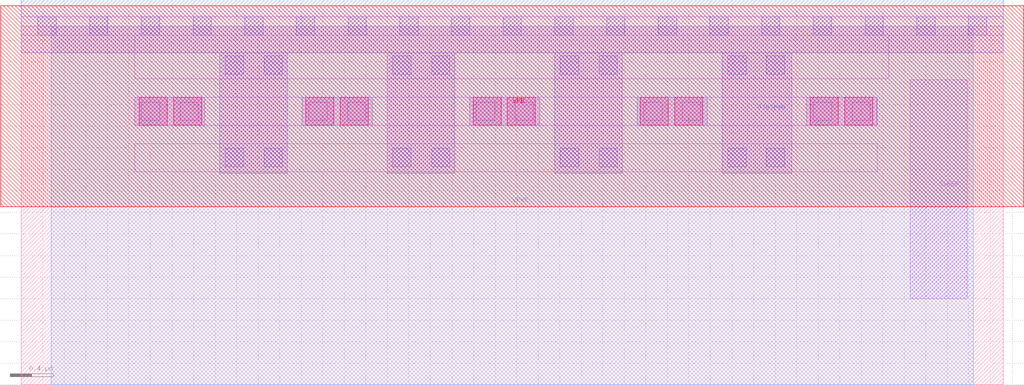
<source format=lef>
# Copyright 2020 The SkyWater PDK Authors
#
# Licensed under the Apache License, Version 2.0 (the "License");
# you may not use this file except in compliance with the License.
# You may obtain a copy of the License at
#
#     https://www.apache.org/licenses/LICENSE-2.0
#
# Unless required by applicable law or agreed to in writing, software
# distributed under the License is distributed on an "AS IS" BASIS,
# WITHOUT WARRANTIES OR CONDITIONS OF ANY KIND, either express or implied.
# See the License for the specific language governing permissions and
# limitations under the License.
#
# SPDX-License-Identifier: Apache-2.0

VERSION 5.7 ;
  NOWIREEXTENSIONATPIN ON ;
  DIVIDERCHAR "/" ;
  BUSBITCHARS "[]" ;
MACRO sky130_fd_sc_lp__sleep_pargate_plv_14
  CLASS BLOCK ;
  FOREIGN sky130_fd_sc_lp__sleep_pargate_plv_14 ;
  ORIGIN  0.000000  0.000000 ;
  SIZE  9.120000 BY  3.330000 ;
  PIN SLEEP
    ANTENNAGATEAREA  2.100000 ;
    PORT
      LAYER li1 ;
        RECT 8.255000 0.800000 8.785000 2.830000 ;
    END
  END SLEEP
  PIN VIRTPWR
    ANTENNADIFFAREA  3.710000 ;
    PORT
      LAYER met1 ;
        RECT 0.000000 3.085000 9.120000 3.575000 ;
        RECT 1.845000 1.965000 2.470000 3.085000 ;
        RECT 3.400000 1.965000 4.025000 3.085000 ;
        RECT 4.955000 1.965000 5.580000 3.085000 ;
        RECT 6.510000 1.965000 7.155000 3.085000 ;
    END
  END VIRTPWR
  PIN VPB
    PORT
      LAYER nwell ;
        RECT -0.190000 1.655000 9.310000 3.520000 ;
    END
  END VPB
  PIN VPWR
    USE POWER ;
    PORT
      LAYER met2 ;
        RECT 0.280000 0.000000 8.840000 3.330000 ;
    END
  END VPWR
  OBS
    LAYER li1 ;
      RECT 0.000000 3.245000 9.120000 3.415000 ;
      RECT 1.055000 1.980000 7.950000 2.240000 ;
      RECT 1.055000 2.410000 7.950000 2.670000 ;
      RECT 1.055000 2.840000 8.055000 3.245000 ;
    LAYER mcon ;
      RECT 0.155000 3.245000 0.325000 3.415000 ;
      RECT 0.635000 3.245000 0.805000 3.415000 ;
      RECT 1.115000 2.455000 1.285000 2.625000 ;
      RECT 1.115000 3.245000 1.285000 3.415000 ;
      RECT 1.475000 2.455000 1.645000 2.625000 ;
      RECT 1.595000 3.245000 1.765000 3.415000 ;
      RECT 1.895000 2.025000 2.065000 2.195000 ;
      RECT 1.895000 2.885000 2.065000 3.055000 ;
      RECT 2.075000 3.245000 2.245000 3.415000 ;
      RECT 2.255000 2.025000 2.425000 2.195000 ;
      RECT 2.255000 2.885000 2.425000 3.055000 ;
      RECT 2.555000 3.245000 2.725000 3.415000 ;
      RECT 2.670000 2.455000 2.840000 2.625000 ;
      RECT 3.030000 2.455000 3.200000 2.625000 ;
      RECT 3.035000 3.245000 3.205000 3.415000 ;
      RECT 3.450000 2.025000 3.620000 2.195000 ;
      RECT 3.450000 2.885000 3.620000 3.055000 ;
      RECT 3.515000 3.245000 3.685000 3.415000 ;
      RECT 3.810000 2.025000 3.980000 2.195000 ;
      RECT 3.810000 2.885000 3.980000 3.055000 ;
      RECT 3.995000 3.245000 4.165000 3.415000 ;
      RECT 4.225000 2.455000 4.395000 2.625000 ;
      RECT 4.475000 3.245000 4.645000 3.415000 ;
      RECT 4.585000 2.455000 4.755000 2.625000 ;
      RECT 4.955000 3.245000 5.125000 3.415000 ;
      RECT 5.005000 2.025000 5.175000 2.195000 ;
      RECT 5.005000 2.885000 5.175000 3.055000 ;
      RECT 5.365000 2.025000 5.535000 2.195000 ;
      RECT 5.365000 2.885000 5.535000 3.055000 ;
      RECT 5.435000 3.245000 5.605000 3.415000 ;
      RECT 5.780000 2.455000 5.950000 2.625000 ;
      RECT 5.915000 3.245000 6.085000 3.415000 ;
      RECT 6.140000 2.455000 6.310000 2.625000 ;
      RECT 6.395000 3.245000 6.565000 3.415000 ;
      RECT 6.560000 2.025000 6.730000 2.195000 ;
      RECT 6.560000 2.885000 6.730000 3.055000 ;
      RECT 6.875000 3.245000 7.045000 3.415000 ;
      RECT 6.920000 2.025000 7.090000 2.195000 ;
      RECT 6.920000 2.885000 7.090000 3.055000 ;
      RECT 7.355000 2.455000 7.525000 2.625000 ;
      RECT 7.355000 3.245000 7.525000 3.415000 ;
      RECT 7.715000 2.455000 7.885000 2.625000 ;
      RECT 7.835000 3.245000 8.005000 3.415000 ;
      RECT 8.315000 3.245000 8.485000 3.415000 ;
      RECT 8.795000 3.245000 8.965000 3.415000 ;
    LAYER met1 ;
      RECT 1.055000 2.410000 1.705000 2.670000 ;
      RECT 2.610000 2.410000 3.260000 2.670000 ;
      RECT 4.165000 2.410000 4.815000 2.670000 ;
      RECT 5.720000 2.410000 6.370000 2.670000 ;
      RECT 7.295000 2.410000 7.945000 2.670000 ;
    LAYER via ;
      RECT 1.095000 2.410000 1.355000 2.670000 ;
      RECT 1.415000 2.410000 1.675000 2.670000 ;
      RECT 2.640000 2.410000 2.900000 2.670000 ;
      RECT 2.960000 2.410000 3.220000 2.670000 ;
      RECT 4.195000 2.410000 4.455000 2.670000 ;
      RECT 4.515000 2.410000 4.775000 2.670000 ;
      RECT 5.750000 2.410000 6.010000 2.670000 ;
      RECT 6.070000 2.410000 6.330000 2.670000 ;
      RECT 7.325000 2.410000 7.585000 2.670000 ;
      RECT 7.645000 2.410000 7.905000 2.670000 ;
  END
END sky130_fd_sc_lp__sleep_pargate_plv_14
END LIBRARY

</source>
